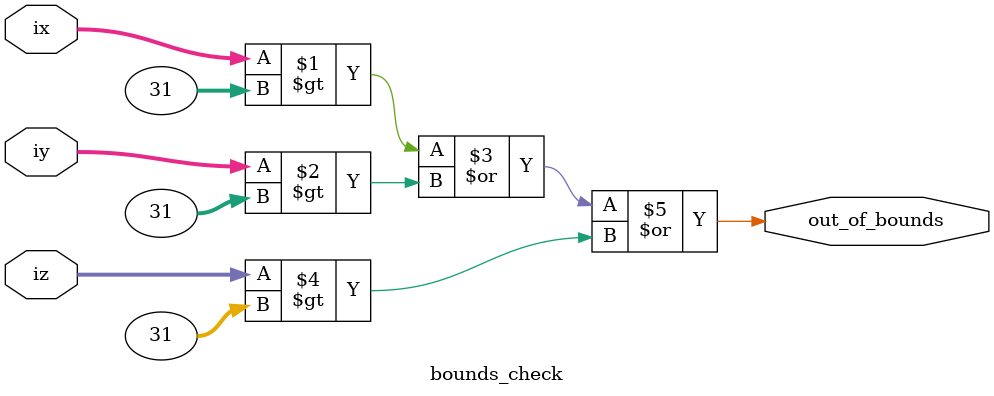
<source format=sv>

module bounds_check #(
    parameter int COORD_W = 6,   // Coordinate bit width (default 6 for future-proofing)
    parameter int MAX_VAL = 31   // Maximum valid coordinate value (0..31 inclusive)
)(
    // Voxel coordinates (unsigned)
    input  logic [COORD_W-1:0] ix,
    input  logic [COORD_W-1:0] iy,
    input  logic [COORD_W-1:0] iz,
    
    // Out-of-bounds flag: 1 if any coordinate > MAX_VAL, else 0
    output logic out_of_bounds
);

    // =========================================================================
    // Bounds Check Logic
    // =========================================================================
    // Check if any coordinate exceeds the maximum valid value
    // For COORD_W=5 and MAX_VAL=31: All 5-bit values are 0..31, so always in-bounds
    // For COORD_W=6 and MAX_VAL=31: Values 32..63 are out-of-bounds
    //
    // Uses simple unsigned comparisons and a 3-input OR gate for minimal area
    
    assign out_of_bounds = (ix > MAX_VAL) | (iy > MAX_VAL) | (iz > MAX_VAL);

endmodule

</source>
